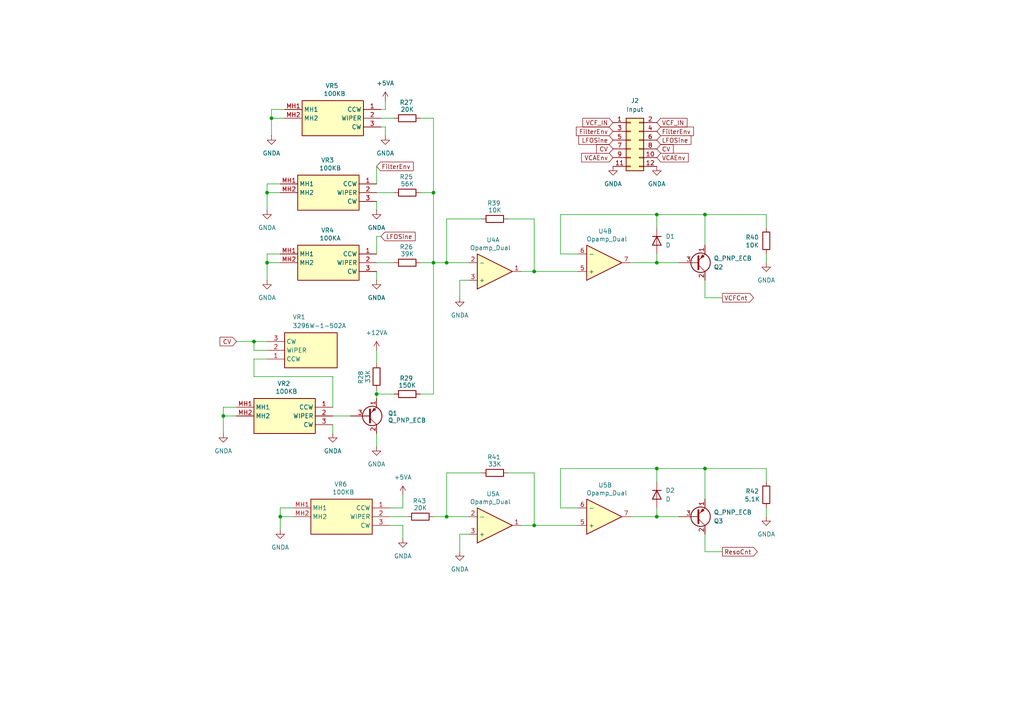
<source format=kicad_sch>
(kicad_sch (version 20250114) (generator "eeschema") (generator_version "9.0")
  (paper "A4")
  (lib_symbols
    (symbol "Connector_Generic:Conn_02x06_Odd_Even" (pin_names (offset 1.016) (hide yes))
      (property "Reference" "J" (at 1.27 7.62 0))
      (property "Value" "Conn_02x06_Odd_Even" (at 1.27 -10.16 0))
      (symbol "Conn_02x06_Odd_Even_1_1"
        (rectangle (start -1.27 6.35) (end 3.81 -8.89) (stroke (width 0.254)) (fill (type background)))
        (rectangle (start -1.27 5.207) (end 0 4.953) (stroke (width 0.1524)))
        (rectangle (start -1.27 2.667) (end 0 2.413) (stroke (width 0.1524)))
        (rectangle (start -1.27 0.127) (end 0 -0.127) (stroke (width 0.1524)))
        (rectangle (start -1.27 -2.413) (end 0 -2.667) (stroke (width 0.1524)))
        (rectangle (start -1.27 -4.953) (end 0 -5.207) (stroke (width 0.1524)))
        (rectangle (start -1.27 -7.493) (end 0 -7.747) (stroke (width 0.1524)))
        (rectangle (start 3.81 5.207) (end 2.54 4.953) (stroke (width 0.1524)))
        (rectangle (start 3.81 2.667) (end 2.54 2.413) (stroke (width 0.1524)))
        (rectangle (start 3.81 0.127) (end 2.54 -0.127) (stroke (width 0.1524)))
        (rectangle (start 3.81 -2.413) (end 2.54 -2.667) (stroke (width 0.1524)))
        (rectangle (start 3.81 -4.953) (end 2.54 -5.207) (stroke (width 0.1524)))
        (rectangle (start 3.81 -7.493) (end 2.54 -7.747) (stroke (width 0.1524)))
        (pin passive line (at -5.08 5.08 0) (length 3.81) (name "Pin_1") (number "1"))
        (pin passive line (at -5.08 2.54 0) (length 3.81) (name "Pin_3") (number "3"))
        (pin passive line (at -5.08 0 0) (length 3.81) (name "Pin_5") (number "5"))
        (pin passive line (at -5.08 -2.54 0) (length 3.81) (name "Pin_7") (number "7"))
        (pin passive line (at -5.08 -5.08 0) (length 3.81) (name "Pin_9") (number "9"))
        (pin passive line (at -5.08 -7.62 0) (length 3.81) (name "Pin_11") (number "11"))
        (pin passive line (at 7.62 5.08 180) (length 3.81) (name "Pin_2") (number "2"))
        (pin passive line (at 7.62 2.54 180) (length 3.81) (name "Pin_4") (number "4"))
        (pin passive line (at 7.62 0 180) (length 3.81) (name "Pin_6") (number "6"))
        (pin passive line (at 7.62 -2.54 180) (length 3.81) (name "Pin_8") (number "8"))
        (pin passive line (at 7.62 -5.08 180) (length 3.81) (name "Pin_10") (number "10"))
        (pin passive line (at 7.62 -7.62 180) (length 3.81) (name "Pin_12") (number "12"))
      )
    )
    (symbol "Device:D" (pin_numbers (hide yes)) (pin_names (offset 1.016) (hide yes))
      (property "Reference" "D" (at 0 2.54 0))
      (property "Value" "D" (at 0 -2.54 0))
      (symbol "D_0_1"
        (polyline (pts (xy -1.27 1.27) (xy -1.27 -1.27)) (stroke (width 0.254)))
        (polyline (pts (xy 1.27 1.27) (xy 1.27 -1.27) (xy -1.27 0) (xy 1.27 1.27)) (stroke (width 0.254)))
        (polyline (pts (xy 1.27 0) (xy -1.27 0)))
      )
      (symbol "D_1_1"
        (pin passive line (at -3.81 0 0) (length 2.54) (name "K") (number "1"))
        (pin passive line (at 3.81 0 180) (length 2.54) (name "A") (number "2"))
      )
    )
    (symbol "Device:Opamp_Dual"
      (property "Reference" "U" (at 0 5.08 0))
      (property "Value" "Opamp_Dual" (at 0 -5.08 0))
      (symbol "Opamp_Dual_1_1"
        (polyline (pts (xy -5.08 5.08) (xy 5.08 0) (xy -5.08 -5.08) (xy -5.08 5.08)) (stroke (width 0.254)) (fill (type background)))
        (pin input line (at -7.62 2.54 0) (length 2.54) (name "+") (number "3"))
        (pin input line (at -7.62 -2.54 0) (length 2.54) (name "-") (number "2"))
        (pin output line (at 7.62 0 180) (length 2.54) (name "~") (number "1"))
      )
      (symbol "Opamp_Dual_2_1"
        (polyline (pts (xy -5.08 5.08) (xy 5.08 0) (xy -5.08 -5.08) (xy -5.08 5.08)) (stroke (width 0.254)) (fill (type background)))
        (pin input line (at -7.62 2.54 0) (length 2.54) (name "+") (number "5"))
        (pin input line (at -7.62 -2.54 0) (length 2.54) (name "-") (number "6"))
        (pin output line (at 7.62 0 180) (length 2.54) (name "~") (number "7"))
      )
      (symbol "Opamp_Dual_3_1"
        (pin power_in line (at -2.54 7.62 270) (length 3.81) (name "V+") (number "8"))
        (pin power_in line (at -2.54 -7.62 90) (length 3.81) (name "V-") (number "4"))
      )
    )
    (symbol "Device:Q_PNP_ECB" (pin_names (offset 0) (hide yes))
      (property "Reference" "Q" (at 5.08 1.27 0))
      (property "Value" "Q_PNP_ECB" (at 5.08 -1.27 0))
      (symbol "Q_PNP_ECB_0_1"
        (polyline (pts (xy 0.635 1.905) (xy 0.635 -1.905) (xy 0.635 -1.905)) (stroke (width 0.508)))
        (polyline (pts (xy 0.635 0.635) (xy 2.54 2.54)))
        (polyline (pts (xy 0.635 -0.635) (xy 2.54 -2.54) (xy 2.54 -2.54)))
        (circle (center 1.27 0) (radius 2.8194) (stroke (width 0.254)))
        (polyline (pts (xy 2.286 -1.778) (xy 1.778 -2.286) (xy 1.27 -1.27) (xy 2.286 -1.778) (xy 2.286 -1.778)) (fill (type outline)))
      )
      (symbol "Q_PNP_ECB_1_1"
        (pin input line (at -5.08 0 0) (length 5.715) (name "B") (number "3"))
        (pin passive line (at 2.54 5.08 270) (length 2.54) (name "C") (number "2"))
        (pin passive line (at 2.54 -5.08 90) (length 2.54) (name "E") (number "1"))
      )
    )
    (symbol "Device:R" (pin_numbers (hide yes)) (pin_names (offset 0))
      (property "Reference" "R" (at 2.032 0 90))
      (property "Value" "R" (at 0 0 90))
      (symbol "R_0_1"
        (rectangle (start -1.016 -2.54) (end 1.016 2.54) (stroke (width 0.254)))
      )
      (symbol "R_1_1"
        (pin passive line (at 0 3.81 270) (length 1.27) (name "~") (number "1"))
        (pin passive line (at 0 -3.81 90) (length 1.27) (name "~") (number "2"))
      )
    )
    (symbol "SamacSys_Parts:3296W-1-502A"
      (property "Reference" "VR" (at 21.59 7.62 0))
      (property "Value" "3296W-1-502A" (at 21.59 5.08 0))
      (symbol "3296W-1-502A_1_1"
        (rectangle (start 5.08 2.54) (end 20.32 -7.62) (stroke (width 0.254)) (fill (type background)))
        (pin passive line (at 0 0 0) (length 5.08) (name "CW") (number "3"))
        (pin passive line (at 0 -2.54 0) (length 5.08) (name "WIPER") (number "2"))
        (pin passive line (at 0 -5.08 0) (length 5.08) (name "CCW") (number "1"))
      )
    )
    (symbol "SamacSys_Parts:RK09D117000B"
      (property "Reference" "VR" (at 24.13 7.62 0))
      (property "Value" "RK09D117000B" (at 24.13 5.08 0))
      (symbol "RK09D117000B_1_1"
        (rectangle (start 5.08 2.54) (end 22.86 -7.62) (stroke (width 0.254)) (fill (type background)))
        (pin passive line (at 0 0 0) (length 5.08) (name "CCW") (number "1"))
        (pin passive line (at 0 -2.54 0) (length 5.08) (name "WIPER") (number "2"))
        (pin passive line (at 0 -5.08 0) (length 5.08) (name "CW") (number "3"))
        (pin passive line (at 27.94 0 180) (length 5.08) (name "MH1") (number "MH1"))
        (pin passive line (at 27.94 -2.54 180) (length 5.08) (name "MH2") (number "MH2"))
      )
    )
    (symbol "power:+12VA" (power) (pin_numbers (hide yes)) (pin_names (offset 0) (hide yes))
      (property "Value" "+12VA" (at 0 3.556 0))
      (symbol "+12VA_0_1"
        (polyline (pts (xy -0.762 1.27) (xy 0 2.54)))
        (polyline (pts (xy 0 2.54) (xy 0.762 1.27)))
        (polyline (pts (xy 0 0) (xy 0 2.54)))
      )
      (symbol "+12VA_1_1"
        (pin power_in line (at 0 0 90) (length 0) (name "~") (number "1"))
      )
    )
    (symbol "power:+5VA" (power) (pin_numbers (hide yes)) (pin_names (offset 0) (hide yes))
      (property "Value" "+5VA" (at 0 3.556 0))
      (symbol "+5VA_0_1"
        (polyline (pts (xy -0.762 1.27) (xy 0 2.54)))
        (polyline (pts (xy 0 2.54) (xy 0.762 1.27)))
        (polyline (pts (xy 0 0) (xy 0 2.54)))
      )
      (symbol "+5VA_1_1"
        (pin power_in line (at 0 0 90) (length 0) (name "~") (number "1"))
      )
    )
    (symbol "power:GNDA" (power) (pin_numbers (hide yes)) (pin_names (offset 0) (hide yes))
      (property "Value" "GNDA" (at 0 -3.81 0))
      (symbol "GNDA_0_1"
        (polyline (pts (xy 0 0) (xy 0 -1.27) (xy 1.27 -1.27) (xy 0 -2.54) (xy -1.27 -1.27) (xy 0 -1.27)))
      )
      (symbol "GNDA_1_1"
        (pin power_in line (at 0 0 270) (length 0) (name "~") (number "1"))
      )
    )
  )
  (junction (at 125.73 55.88))
  (junction (at 77.47 76.2))
  (junction (at 190.5 135.89))
  (junction (at 78.74 34.29))
  (junction (at 125.73 76.2))
  (junction (at 77.47 55.88))
  (junction (at 190.5 149.86))
  (junction (at 81.28 149.86))
  (junction (at 154.94 78.74))
  (junction (at 73.66 99.06))
  (junction (at 129.54 149.86))
  (junction (at 204.47 62.23))
  (junction (at 64.77 120.65))
  (junction (at 109.22 114.3))
  (junction (at 204.47 135.89))
  (junction (at 154.94 152.4))
  (junction (at 190.5 76.2))
  (junction (at 190.5 62.23))
  (junction (at 129.54 76.2))
  (wire (pts (xy 111.76 29.21) (xy 111.76 31.75)))
  (wire (pts (xy 222.25 62.23) (xy 222.25 66.04)))
  (wire (pts (xy 209.55 86.36) (xy 204.47 86.36)))
  (wire (pts (xy 113.03 152.4) (xy 116.84 152.4)))
  (wire (pts (xy 190.5 135.89) (xy 204.47 135.89)))
  (wire (pts (xy 77.47 104.14) (xy 73.66 104.14)))
  (wire (pts (xy 78.74 34.29) (xy 78.74 39.37)))
  (wire (pts (xy 109.22 68.58) (xy 109.22 73.66)))
  (wire (pts (xy 68.58 99.06) (xy 73.66 99.06)))
  (wire (pts (xy 111.76 36.83) (xy 111.76 39.37)))
  (wire (pts (xy 109.22 60.96) (xy 109.22 58.42)))
  (wire (pts (xy 96.52 120.65) (xy 101.6 120.65)))
  (wire (pts (xy 139.7 63.5) (xy 129.54 63.5)))
  (wire (pts (xy 125.73 76.2) (xy 129.54 76.2)))
  (wire (pts (xy 116.84 152.4) (xy 116.84 156.21)))
  (wire (pts (xy 73.66 104.14) (xy 73.66 109.22)))
  (wire (pts (xy 162.56 147.32) (xy 167.64 147.32)))
  (wire (pts (xy 190.5 62.23) (xy 204.47 62.23)))
  (wire (pts (xy 81.28 149.86) (xy 81.28 153.67)))
  (wire (pts (xy 109.22 81.28) (xy 109.22 78.74)))
  (wire (pts (xy 64.77 118.11) (xy 64.77 120.65)))
  (wire (pts (xy 77.47 53.34) (xy 77.47 55.88)))
  (wire (pts (xy 190.5 76.2) (xy 196.85 76.2)))
  (wire (pts (xy 147.32 63.5) (xy 154.94 63.5)))
  (wire (pts (xy 190.5 139.7) (xy 190.5 135.89)))
  (wire (pts (xy 73.66 101.6) (xy 73.66 99.06)))
  (wire (pts (xy 182.88 149.86) (xy 190.5 149.86)))
  (wire (pts (xy 77.47 55.88) (xy 77.47 60.96)))
  (wire (pts (xy 190.5 62.23) (xy 162.56 62.23)))
  (wire (pts (xy 121.92 76.2) (xy 125.73 76.2)))
  (wire (pts (xy 190.5 147.32) (xy 190.5 149.86)))
  (wire (pts (xy 109.22 114.3) (xy 109.22 115.57)))
  (wire (pts (xy 151.13 152.4) (xy 154.94 152.4)))
  (wire (pts (xy 96.52 109.22) (xy 96.52 118.11)))
  (wire (pts (xy 81.28 147.32) (xy 81.28 149.86)))
  (wire (pts (xy 162.56 62.23) (xy 162.56 73.66)))
  (wire (pts (xy 85.09 149.86) (xy 81.28 149.86)))
  (wire (pts (xy 222.25 147.32) (xy 222.25 149.86)))
  (wire (pts (xy 116.84 143.51) (xy 116.84 147.32)))
  (wire (pts (xy 109.22 125.73) (xy 109.22 129.54)))
  (wire (pts (xy 109.22 113.03) (xy 109.22 114.3)))
  (wire (pts (xy 85.09 147.32) (xy 81.28 147.32)))
  (wire (pts (xy 125.73 114.3) (xy 125.73 76.2)))
  (wire (pts (xy 204.47 135.89) (xy 222.25 135.89)))
  (wire (pts (xy 154.94 78.74) (xy 154.94 63.5)))
  (wire (pts (xy 190.5 135.89) (xy 162.56 135.89)))
  (wire (pts (xy 204.47 62.23) (xy 204.47 71.12)))
  (wire (pts (xy 129.54 76.2) (xy 135.89 76.2)))
  (wire (pts (xy 77.47 76.2) (xy 77.47 81.28)))
  (wire (pts (xy 154.94 152.4) (xy 167.64 152.4)))
  (wire (pts (xy 73.66 99.06) (xy 77.47 99.06)))
  (wire (pts (xy 81.28 76.2) (xy 77.47 76.2)))
  (wire (pts (xy 133.35 154.94) (xy 133.35 160.02)))
  (wire (pts (xy 110.49 36.83) (xy 111.76 36.83)))
  (wire (pts (xy 133.35 81.28) (xy 133.35 86.36)))
  (wire (pts (xy 222.25 73.66) (xy 222.25 76.2)))
  (wire (pts (xy 73.66 109.22) (xy 96.52 109.22)))
  (wire (pts (xy 204.47 160.02) (xy 204.47 154.94)))
  (wire (pts (xy 113.03 149.86) (xy 118.11 149.86)))
  (wire (pts (xy 109.22 48.26) (xy 109.22 53.34)))
  (wire (pts (xy 68.58 120.65) (xy 64.77 120.65)))
  (wire (pts (xy 182.88 76.2) (xy 190.5 76.2)))
  (wire (pts (xy 121.92 34.29) (xy 125.73 34.29)))
  (wire (pts (xy 133.35 81.28) (xy 135.89 81.28)))
  (wire (pts (xy 204.47 135.89) (xy 204.47 144.78)))
  (wire (pts (xy 121.92 114.3) (xy 125.73 114.3)))
  (wire (pts (xy 125.73 34.29) (xy 125.73 55.88)))
  (wire (pts (xy 125.73 149.86) (xy 129.54 149.86)))
  (wire (pts (xy 96.52 125.73) (xy 96.52 123.19)))
  (wire (pts (xy 82.55 34.29) (xy 78.74 34.29)))
  (wire (pts (xy 222.25 135.89) (xy 222.25 139.7)))
  (wire (pts (xy 109.22 76.2) (xy 114.3 76.2)))
  (wire (pts (xy 81.28 55.88) (xy 77.47 55.88)))
  (wire (pts (xy 68.58 118.11) (xy 64.77 118.11)))
  (wire (pts (xy 190.5 66.04) (xy 190.5 62.23)))
  (wire (pts (xy 121.92 55.88) (xy 125.73 55.88)))
  (wire (pts (xy 81.28 53.34) (xy 77.47 53.34)))
  (wire (pts (xy 82.55 31.75) (xy 78.74 31.75)))
  (wire (pts (xy 129.54 63.5) (xy 129.54 76.2)))
  (wire (pts (xy 78.74 31.75) (xy 78.74 34.29)))
  (wire (pts (xy 190.5 73.66) (xy 190.5 76.2)))
  (wire (pts (xy 129.54 149.86) (xy 135.89 149.86)))
  (wire (pts (xy 151.13 78.74) (xy 154.94 78.74)))
  (wire (pts (xy 109.22 55.88) (xy 114.3 55.88)))
  (wire (pts (xy 162.56 135.89) (xy 162.56 147.32)))
  (wire (pts (xy 116.84 147.32) (xy 113.03 147.32)))
  (wire (pts (xy 190.5 149.86) (xy 196.85 149.86)))
  (wire (pts (xy 64.77 120.65) (xy 64.77 125.73)))
  (wire (pts (xy 129.54 137.16) (xy 129.54 149.86)))
  (wire (pts (xy 110.49 68.58) (xy 109.22 68.58)))
  (wire (pts (xy 147.32 137.16) (xy 154.94 137.16)))
  (wire (pts (xy 125.73 55.88) (xy 125.73 76.2)))
  (wire (pts (xy 204.47 62.23) (xy 222.25 62.23)))
  (wire (pts (xy 154.94 78.74) (xy 167.64 78.74)))
  (wire (pts (xy 77.47 73.66) (xy 77.47 76.2)))
  (wire (pts (xy 139.7 137.16) (xy 129.54 137.16)))
  (wire (pts (xy 204.47 86.36) (xy 204.47 81.28)))
  (wire (pts (xy 110.49 34.29) (xy 114.3 34.29)))
  (wire (pts (xy 154.94 152.4) (xy 154.94 137.16)))
  (wire (pts (xy 133.35 154.94) (xy 135.89 154.94)))
  (wire (pts (xy 111.76 31.75) (xy 110.49 31.75)))
  (wire (pts (xy 162.56 73.66) (xy 167.64 73.66)))
  (wire (pts (xy 77.47 101.6) (xy 73.66 101.6)))
  (wire (pts (xy 81.28 73.66) (xy 77.47 73.66)))
  (wire (pts (xy 209.55 160.02) (xy 204.47 160.02)))
  (wire (pts (xy 109.22 101.6) (xy 109.22 105.41)))
  (wire (pts (xy 109.22 114.3) (xy 114.3 114.3)))
  (global_label "CV" (shape input) (at 177.8 43.18 180) (property "Intersheetrefs" "${INTERSHEET_REFS}" (effects (hide yes))))
  (global_label "VCAEnv" (shape input) (at 177.8 45.72 180) (property "Intersheetrefs" "${INTERSHEET_REFS}" (effects (hide yes))))
  (global_label "CV" (shape input) (at 190.5 43.18 0) (property "Intersheetrefs" "${INTERSHEET_REFS}" (effects (hide yes))))
  (global_label "LFOSine" (shape input) (at 190.5 40.64 0) (property "Intersheetrefs" "${INTERSHEET_REFS}" (effects (hide yes))))
  (global_label "FilterEnv" (shape input) (at 109.22 48.26 0) (property "Intersheetrefs" "${INTERSHEET_REFS}" (effects (hide yes))))
  (global_label "VCFCnt" (shape output) (at 209.55 86.36 0) (property "Intersheetrefs" "${INTERSHEET_REFS}" (effects (hide yes))))
  (global_label "FilterEnv" (shape input) (at 177.8 38.1 180) (property "Intersheetrefs" "${INTERSHEET_REFS}" (effects (hide yes))))
  (global_label "LFOSine" (shape input) (at 177.8 40.64 180) (property "Intersheetrefs" "${INTERSHEET_REFS}" (effects (hide yes))))
  (global_label "FilterEnv" (shape input) (at 190.5 38.1 0) (property "Intersheetrefs" "${INTERSHEET_REFS}" (effects (hide yes))))
  (global_label "ResoCnt" (shape output) (at 209.55 160.02 0) (property "Intersheetrefs" "${INTERSHEET_REFS}" (effects (hide yes))))
  (global_label "VCF_IN" (shape input) (at 190.5 35.56 0) (property "Intersheetrefs" "${INTERSHEET_REFS}" (effects (hide yes))))
  (global_label "LFOSine" (shape input) (at 110.49 68.58 0) (property "Intersheetrefs" "${INTERSHEET_REFS}" (effects (hide yes))))
  (global_label "CV" (shape input) (at 68.58 99.06 180) (property "Intersheetrefs" "${INTERSHEET_REFS}" (effects (hide yes))))
  (global_label "VCF_IN" (shape input) (at 177.8 35.56 180) (property "Intersheetrefs" "${INTERSHEET_REFS}" (effects (hide yes))))
  (global_label "VCAEnv" (shape input) (at 190.5 45.72 0) (property "Intersheetrefs" "${INTERSHEET_REFS}" (effects (hide yes))))
  (symbol (lib_id "Device:R") (at 222.25 143.51 180) (unit 1)
    (property "Reference" "R42" (at 218.186 142.494 0))
    (property "Value" "5.1K" (at 218.186 144.78 0))
    (property "Footprint" "Resistor_THT:R_Axial_DIN0204_L3.6mm_D1.6mm_P2.54mm_Vertical" (effects (hide yes)))
    (property "Description" "Resistor" (effects (hide yes)))
  )
  (symbol (lib_id "SamacSys_Parts:RK09D117000B") (at 113.03 147.32 0) (mirror y) (unit 1)
    (property "Reference" "VR6" (at 98.806 140.462 0))
    (property "Value" "100KB" (at 99.568 142.748 0))
    (property "Footprint" "RK09D117000B" (effects (hide yes)))
    (property "Datasheet" "https://tech.alpsalpine.com/prod/j/html/potentiometer/rotarypotentiometers/rk09k/rk09d117000b.html" (effects (hide yes)))
    (property "Description" "9-inch insulated shaft snap-in type RK09K/RK09D series" (effects (hide yes)))
    (property "Height" "30" (effects (hide yes)))
    (property "Manufacturer_Name" "ALPS Electric" (effects (hide yes)))
    (property "Manufacturer_Part_Number" "RK09D117000B" (effects (hide yes)))
    (property "Mouser Part Number" "688-RK09D117000B" (effects (hide yes)))
    (property "Mouser Price/Stock" "https://www.mouser.co.uk/ProductDetail/Alps-Alpine/RK09D117000B?qs=3cOf6TWd2rbc67829PEbEQ%3D%3D" (effects (hide yes)))
  )
  (symbol (lib_id "Device:R") (at 222.25 69.85 180) (unit 1)
    (property "Reference" "R40" (at 218.186 68.834 0))
    (property "Value" "10K" (at 218.186 71.12 0))
    (property "Footprint" "Resistor_THT:R_Axial_DIN0204_L3.6mm_D1.6mm_P2.54mm_Vertical" (effects (hide yes)))
    (property "Description" "Resistor" (effects (hide yes)))
  )
  (symbol (lib_id "Device:Opamp_Dual") (at 175.26 149.86 0) (mirror x) (unit 2)
    (property "Reference" "U5" (at 175.514 140.716 0))
    (property "Value" "Opamp_Dual" (at 176.022 143.002 0))
    (property "Footprint" "Package_SO:SO-8_3.9x4.9mm_P1.27mm" (effects (hide yes)))
    (property "Description" "Dual operational amplifier" (effects (hide yes)))
    (property "Sim.Library" "${KICAD7_SYMBOL_DIR}/Simulation_SPICE.sp" (effects (hide yes)))
    (property "Sim.Name" "kicad_builtin_opamp_dual" (effects (hide yes)))
    (property "Sim.Device" "SUBCKT" (effects (hide yes)))
    (property "Sim.Pins" "1=out1 2=in1- 3=in1+ 4=vee 5=in2+ 6=in2- 7=out2 8=vcc" (effects (hide yes)))
  )
  (symbol (lib_id "power:GNDA") (at 222.25 76.2 0) (unit 1)
    (property "Reference" "#PWR042" (effects (hide yes)))
    (property "Value" "GNDA" (at 222.25 81.28 0))
    (property "Description" "Power symbol creates a global label with name \"GNDA\" , analog ground" (effects (hide yes)))
  )
  (symbol (lib_id "Device:Opamp_Dual") (at 143.51 152.4 0) (mirror x) (unit 1)
    (property "Reference" "U5" (at 143.002 143.256 0))
    (property "Value" "Opamp_Dual" (at 142.24 145.542 0))
    (property "Footprint" "Package_SO:SO-8_3.9x4.9mm_P1.27mm" (effects (hide yes)))
    (property "Description" "Dual operational amplifier" (effects (hide yes)))
    (property "Sim.Library" "${KICAD7_SYMBOL_DIR}/Simulation_SPICE.sp" (effects (hide yes)))
    (property "Sim.Name" "kicad_builtin_opamp_dual" (effects (hide yes)))
    (property "Sim.Device" "SUBCKT" (effects (hide yes)))
    (property "Sim.Pins" "1=out1 2=in1- 3=in1+ 4=vee 5=in2+ 6=in2- 7=out2 8=vcc" (effects (hide yes)))
  )
  (symbol (lib_id "SamacSys_Parts:RK09D117000B") (at 110.49 31.75 0) (mirror y) (unit 1)
    (property "Reference" "VR5" (at 96.266 24.892 0))
    (property "Value" "100KB" (at 97.028 27.178 0))
    (property "Footprint" "RK09D117000B" (effects (hide yes)))
    (property "Datasheet" "https://tech.alpsalpine.com/prod/j/html/potentiometer/rotarypotentiometers/rk09k/rk09d117000b.html" (effects (hide yes)))
    (property "Description" "9-inch insulated shaft snap-in type RK09K/RK09D series" (effects (hide yes)))
    (property "Height" "30" (effects (hide yes)))
    (property "Manufacturer_Name" "ALPS Electric" (effects (hide yes)))
    (property "Manufacturer_Part_Number" "RK09D117000B" (effects (hide yes)))
    (property "Mouser Part Number" "688-RK09D117000B" (effects (hide yes)))
    (property "Mouser Price/Stock" "https://www.mouser.co.uk/ProductDetail/Alps-Alpine/RK09D117000B?qs=3cOf6TWd2rbc67829PEbEQ%3D%3D" (effects (hide yes)))
  )
  (symbol (lib_id "power:GNDA") (at 222.25 149.86 0) (unit 1)
    (property "Reference" "#PWR047" (effects (hide yes)))
    (property "Value" "GNDA" (at 222.25 154.94 0))
    (property "Description" "Power symbol creates a global label with name \"GNDA\" , analog ground" (effects (hide yes)))
  )
  (symbol (lib_id "power:GNDA") (at 96.52 125.73 0) (unit 1)
    (property "Reference" "#PWR028" (effects (hide yes)))
    (property "Value" "GNDA" (at 96.52 130.81 0))
    (property "Description" "Power symbol creates a global label with name \"GNDA\" , analog ground" (effects (hide yes)))
  )
  (symbol (lib_id "Device:D") (at 190.5 69.85 270) (unit 1)
    (property "Reference" "D1" (at 193.04 68.5799 90) (effects (justify left)))
    (property "Value" "D" (at 193.04 71.1199 90) (effects (justify left)))
    (property "Footprint" "Diode_THT:D_DO-35_SOD27_P2.54mm_Vertical_AnodeUp" (effects (hide yes)))
    (property "Description" "Diode" (effects (hide yes)))
    (property "Sim.Device" "D" (effects (hide yes)))
    (property "Sim.Pins" "1=K 2=A" (effects (hide yes)))
  )
  (symbol (lib_id "Device:R") (at 118.11 76.2 90) (unit 1)
    (property "Reference" "R26" (at 117.856 71.628 90))
    (property "Value" "39K" (at 118.11 73.66 90))
    (property "Footprint" "Resistor_THT:R_Axial_DIN0204_L3.6mm_D1.6mm_P2.54mm_Vertical" (effects (hide yes)))
    (property "Description" "Resistor" (effects (hide yes)))
  )
  (symbol (lib_id "Device:Q_PNP_ECB") (at 201.93 76.2 0) (mirror x) (unit 1)
    (property "Reference" "Q2" (at 207.01 77.4701 0) (effects (justify left)))
    (property "Value" "Q_PNP_ECB" (at 207.01 74.9301 0) (effects (justify left)))
    (property "Footprint" "Package_TO_SOT_THT:TO-92_HandSolder" (effects (hide yes)))
    (property "Description" "PNP transistor, emitter/collector/base" (effects (hide yes)))
  )
  (symbol (lib_id "power:GNDA") (at 64.77 125.73 0) (unit 1)
    (property "Reference" "#PWR024" (effects (hide yes)))
    (property "Value" "GNDA" (at 64.77 130.81 0))
    (property "Description" "Power symbol creates a global label with name \"GNDA\" , analog ground" (effects (hide yes)))
  )
  (symbol (lib_id "power:GNDA") (at 109.22 129.54 0) (unit 1)
    (property "Reference" "#PWR034" (effects (hide yes)))
    (property "Value" "GNDA" (at 109.22 134.62 0))
    (property "Description" "Power symbol creates a global label with name \"GNDA\" , analog ground" (effects (hide yes)))
  )
  (symbol (lib_id "Device:Opamp_Dual") (at 175.26 76.2 0) (mirror x) (unit 2)
    (property "Reference" "U4" (at 175.514 67.056 0))
    (property "Value" "Opamp_Dual" (at 176.022 69.342 0))
    (property "Footprint" "Package_SO:SO-8_3.9x4.9mm_P1.27mm" (effects (hide yes)))
    (property "Description" "Dual operational amplifier" (effects (hide yes)))
    (property "Sim.Library" "${KICAD7_SYMBOL_DIR}/Simulation_SPICE.sp" (effects (hide yes)))
    (property "Sim.Name" "kicad_builtin_opamp_dual" (effects (hide yes)))
    (property "Sim.Device" "SUBCKT" (effects (hide yes)))
    (property "Sim.Pins" "1=out1 2=in1- 3=in1+ 4=vee 5=in2+ 6=in2- 7=out2 8=vcc" (effects (hide yes)))
  )
  (symbol (lib_id "power:GNDA") (at 111.76 39.37 0) (unit 1)
    (property "Reference" "#PWR032" (effects (hide yes)))
    (property "Value" "GNDA" (at 111.76 44.45 0))
    (property "Description" "Power symbol creates a global label with name \"GNDA\" , analog ground" (effects (hide yes)))
  )
  (symbol (lib_id "power:+5VA") (at 116.84 143.51 0) (unit 1)
    (property "Reference" "#PWR044" (effects (hide yes)))
    (property "Value" "+5VA" (at 116.84 138.43 0))
    (property "Description" "Power symbol creates a global label with name \"+5VA\"" (effects (hide yes)))
  )
  (symbol (lib_id "SamacSys_Parts:3296W-1-502A") (at 77.47 99.06 0) (unit 1)
    (property "Reference" "VR1" (at 84.836 91.948 0) (effects (justify left)))
    (property "Value" "3296W-1-502A" (at 84.836 94.488 0) (effects (justify left)))
    (property "Footprint" "3296W1502A" (effects (hide yes)))
    (property "Datasheet" "https://www.bourns.com/docs/product-datasheets/3296.pdf" (effects (hide yes)))
    (property "Description" "5 kOhms 0.5W, 1/2W PC Pins Through Hole Trimmer Potentiometer Cermet 25.0 Turn Top Adjustment" (effects (hide yes)))
    (property "Height" "11.8" (effects (hide yes)))
    (property "Manufacturer_Name" "Bourns" (effects (hide yes)))
    (property "Manufacturer_Part_Number" "3296W-1-502A" (effects (hide yes)))
    (property "Mouser Part Number" "652-3296W-1-502A" (effects (hide yes)))
    (property "Mouser Price/Stock" "https://www.mouser.co.uk/ProductDetail/Bourns/3296W-1-502A?qs=PYWKc%252BkzmhlCepn9gnro5g%3D%3D" (effects (hide yes)))
  )
  (symbol (lib_id "SamacSys_Parts:RK09D117000B") (at 109.22 53.34 0) (mirror y) (unit 1)
    (property "Reference" "VR3" (at 94.996 46.482 0))
    (property "Value" "100KB" (at 95.758 48.768 0))
    (property "Footprint" "RK09D117000B" (effects (hide yes)))
    (property "Datasheet" "https://tech.alpsalpine.com/prod/j/html/potentiometer/rotarypotentiometers/rk09k/rk09d117000b.html" (effects (hide yes)))
    (property "Description" "9-inch insulated shaft snap-in type RK09K/RK09D series" (effects (hide yes)))
    (property "Height" "30" (effects (hide yes)))
    (property "Manufacturer_Name" "ALPS Electric" (effects (hide yes)))
    (property "Manufacturer_Part_Number" "RK09D117000B" (effects (hide yes)))
    (property "Mouser Part Number" "688-RK09D117000B" (effects (hide yes)))
    (property "Mouser Price/Stock" "https://www.mouser.co.uk/ProductDetail/Alps-Alpine/RK09D117000B?qs=3cOf6TWd2rbc67829PEbEQ%3D%3D" (effects (hide yes)))
  )
  (symbol (lib_id "SamacSys_Parts:RK09D117000B") (at 96.52 118.11 0) (mirror y) (unit 1)
    (property "Reference" "VR2" (at 82.296 111.252 0))
    (property "Value" "100KB" (at 83.058 113.538 0))
    (property "Footprint" "RK09D117000B" (effects (hide yes)))
    (property "Datasheet" "https://tech.alpsalpine.com/prod/j/html/potentiometer/rotarypotentiometers/rk09k/rk09d117000b.html" (effects (hide yes)))
    (property "Description" "9-inch insulated shaft snap-in type RK09K/RK09D series" (effects (hide yes)))
    (property "Height" "30" (effects (hide yes)))
    (property "Manufacturer_Name" "ALPS Electric" (effects (hide yes)))
    (property "Manufacturer_Part_Number" "RK09D117000B" (effects (hide yes)))
    (property "Mouser Part Number" "688-RK09D117000B" (effects (hide yes)))
    (property "Mouser Price/Stock" "https://www.mouser.co.uk/ProductDetail/Alps-Alpine/RK09D117000B?qs=3cOf6TWd2rbc67829PEbEQ%3D%3D" (effects (hide yes)))
  )
  (symbol (lib_id "Device:R") (at 109.22 109.22 180) (unit 1)
    (property "Reference" "R28" (at 104.648 109.474 90))
    (property "Value" "33K" (at 106.68 109.22 90))
    (property "Footprint" "Resistor_THT:R_Axial_DIN0204_L3.6mm_D1.6mm_P2.54mm_Vertical" (effects (hide yes)))
    (property "Description" "Resistor" (effects (hide yes)))
  )
  (symbol (lib_id "Connector_Generic:Conn_02x06_Odd_Even") (at 182.88 40.64 0) (unit 1)
    (property "Reference" "J2" (at 184.15 29.21 0))
    (property "Value" "Input" (at 184.15 31.75 0))
    (property "Footprint" "Connector_PinSocket_2.54mm:PinSocket_2x06_P2.54mm_Vertical" (effects (hide yes)))
    (property "Description" "Generic connector, double row, 02x06, odd/even pin numbering scheme (row 1 odd numbers, row 2 even numbers), script generated (kicad-library-utils/schlib/autogen/connector/)" (effects (hide yes)))
  )
  (symbol (lib_id "Device:R") (at 121.92 149.86 90) (unit 1)
    (property "Reference" "R43" (at 121.666 145.288 90))
    (property "Value" "20K" (at 121.92 147.32 90))
    (property "Footprint" "Resistor_THT:R_Axial_DIN0204_L3.6mm_D1.6mm_P2.54mm_Vertical" (effects (hide yes)))
    (property "Description" "Resistor" (effects (hide yes)))
  )
  (symbol (lib_id "power:GNDA") (at 133.35 86.36 0) (unit 1)
    (property "Reference" "#PWR041" (effects (hide yes)))
    (property "Value" "GNDA" (at 133.35 91.44 0))
    (property "Description" "Power symbol creates a global label with name \"GNDA\" , analog ground" (effects (hide yes)))
  )
  (symbol (lib_id "power:GNDA") (at 109.22 60.96 0) (unit 1)
    (property "Reference" "#PWR029" (effects (hide yes)))
    (property "Value" "GNDA" (at 109.22 66.04 0))
    (property "Description" "Power symbol creates a global label with name \"GNDA\" , analog ground" (effects (hide yes)))
  )
  (symbol (lib_id "power:GNDA") (at 133.35 160.02 0) (unit 1)
    (property "Reference" "#PWR046" (effects (hide yes)))
    (property "Value" "GNDA" (at 133.35 165.1 0))
    (property "Description" "Power symbol creates a global label with name \"GNDA\" , analog ground" (effects (hide yes)))
  )
  (symbol (lib_id "Device:R") (at 118.11 55.88 90) (unit 1)
    (property "Reference" "R25" (at 117.856 51.308 90))
    (property "Value" "56K" (at 118.11 53.34 90))
    (property "Footprint" "Resistor_THT:R_Axial_DIN0204_L3.6mm_D1.6mm_P2.54mm_Vertical" (effects (hide yes)))
    (property "Description" "Resistor" (effects (hide yes)))
  )
  (symbol (lib_id "power:+5VA") (at 111.76 29.21 0) (unit 1)
    (property "Reference" "#PWR031" (effects (hide yes)))
    (property "Value" "+5VA" (at 111.76 24.13 0))
    (property "Description" "Power symbol creates a global label with name \"+5VA\"" (effects (hide yes)))
  )
  (symbol (lib_id "Device:Q_PNP_ECB") (at 201.93 149.86 0) (mirror x) (unit 1)
    (property "Reference" "Q3" (at 207.01 151.1301 0) (effects (justify left)))
    (property "Value" "Q_PNP_ECB" (at 207.01 148.5901 0) (effects (justify left)))
    (property "Footprint" "Package_TO_SOT_THT:TO-92_HandSolder" (effects (hide yes)))
    (property "Description" "PNP transistor, emitter/collector/base" (effects (hide yes)))
  )
  (symbol (lib_id "Device:R") (at 143.51 63.5 90) (unit 1)
    (property "Reference" "R39" (at 143.256 58.928 90))
    (property "Value" "10K" (at 143.51 60.96 90))
    (property "Footprint" "Resistor_THT:R_Axial_DIN0204_L3.6mm_D1.6mm_P2.54mm_Vertical" (effects (hide yes)))
    (property "Description" "Resistor" (effects (hide yes)))
  )
  (symbol (lib_id "Device:D") (at 190.5 143.51 270) (unit 1)
    (property "Reference" "D2" (at 193.04 142.2399 90) (effects (justify left)))
    (property "Value" "D" (at 193.04 144.7799 90) (effects (justify left)))
    (property "Footprint" "Diode_THT:D_DO-35_SOD27_P2.54mm_Vertical_AnodeUp" (effects (hide yes)))
    (property "Description" "Diode" (effects (hide yes)))
    (property "Sim.Device" "D" (effects (hide yes)))
    (property "Sim.Pins" "1=K 2=A" (effects (hide yes)))
  )
  (symbol (lib_id "power:GNDA") (at 81.28 153.67 0) (unit 1)
    (property "Reference" "#PWR043" (effects (hide yes)))
    (property "Value" "GNDA" (at 81.28 158.75 0))
    (property "Description" "Power symbol creates a global label with name \"GNDA\" , analog ground" (effects (hide yes)))
  )
  (symbol (lib_id "SamacSys_Parts:RK09D117000B") (at 109.22 73.66 0) (mirror y) (unit 1)
    (property "Reference" "VR4" (at 94.996 66.802 0))
    (property "Value" "100KA" (at 95.758 69.088 0))
    (property "Footprint" "RK09D117000B" (effects (hide yes)))
    (property "Datasheet" "https://tech.alpsalpine.com/prod/j/html/potentiometer/rotarypotentiometers/rk09k/rk09d117000b.html" (effects (hide yes)))
    (property "Description" "9-inch insulated shaft snap-in type RK09K/RK09D series" (effects (hide yes)))
    (property "Height" "30" (effects (hide yes)))
    (property "Manufacturer_Name" "ALPS Electric" (effects (hide yes)))
    (property "Manufacturer_Part_Number" "RK09D117000B" (effects (hide yes)))
    (property "Mouser Part Number" "688-RK09D117000B" (effects (hide yes)))
    (property "Mouser Price/Stock" "https://www.mouser.co.uk/ProductDetail/Alps-Alpine/RK09D117000B?qs=3cOf6TWd2rbc67829PEbEQ%3D%3D" (effects (hide yes)))
  )
  (symbol (lib_id "power:GNDA") (at 190.5 48.26 0) (unit 1)
    (property "Reference" "#PWR067" (effects (hide yes)))
    (property "Value" "GNDA" (at 190.5 53.34 0))
    (property "Description" "Power symbol creates a global label with name \"GNDA\" , analog ground" (effects (hide yes)))
  )
  (symbol (lib_id "power:GNDA") (at 177.8 48.26 0) (unit 1)
    (property "Reference" "#PWR066" (effects (hide yes)))
    (property "Value" "GNDA" (at 177.8 53.34 0))
    (property "Description" "Power symbol creates a global label with name \"GNDA\" , analog ground" (effects (hide yes)))
  )
  (symbol (lib_id "Device:R") (at 143.51 137.16 90) (unit 1)
    (property "Reference" "R41" (at 143.256 132.588 90))
    (property "Value" "33K" (at 143.51 134.62 90))
    (property "Footprint" "Resistor_THT:R_Axial_DIN0204_L3.6mm_D1.6mm_P2.54mm_Vertical" (effects (hide yes)))
    (property "Description" "Resistor" (effects (hide yes)))
  )
  (symbol (lib_id "power:GNDA") (at 116.84 156.21 0) (unit 1)
    (property "Reference" "#PWR045" (effects (hide yes)))
    (property "Value" "GNDA" (at 116.84 161.29 0))
    (property "Description" "Power symbol creates a global label with name \"GNDA\" , analog ground" (effects (hide yes)))
  )
  (symbol (lib_id "Device:Opamp_Dual") (at 143.51 78.74 0) (mirror x) (unit 1)
    (property "Reference" "U4" (at 143.002 69.596 0))
    (property "Value" "Opamp_Dual" (at 142.24 71.882 0))
    (property "Footprint" "Package_SO:SO-8_3.9x4.9mm_P1.27mm" (effects (hide yes)))
    (property "Description" "Dual operational amplifier" (effects (hide yes)))
    (property "Sim.Library" "${KICAD7_SYMBOL_DIR}/Simulation_SPICE.sp" (effects (hide yes)))
    (property "Sim.Name" "kicad_builtin_opamp_dual" (effects (hide yes)))
    (property "Sim.Device" "SUBCKT" (effects (hide yes)))
    (property "Sim.Pins" "1=out1 2=in1- 3=in1+ 4=vee 5=in2+ 6=in2- 7=out2 8=vcc" (effects (hide yes)))
  )
  (symbol (lib_id "power:GNDA") (at 109.22 81.28 0) (unit 1)
    (property "Reference" "#PWR030" (effects (hide yes)))
    (property "Value" "GNDA" (at 109.22 86.36 0))
    (property "Description" "Power symbol creates a global label with name \"GNDA\" , analog ground" (effects (hide yes)))
  )
  (symbol (lib_id "power:GNDA") (at 77.47 60.96 0) (unit 1)
    (property "Reference" "#PWR025" (effects (hide yes)))
    (property "Value" "GNDA" (at 77.47 66.04 0))
    (property "Description" "Power symbol creates a global label with name \"GNDA\" , analog ground" (effects (hide yes)))
  )
  (symbol (lib_id "Device:Q_PNP_ECB") (at 106.68 120.65 0) (mirror x) (unit 1)
    (property "Reference" "Q1" (at 112.522 119.888 0) (effects (justify left)))
    (property "Value" "Q_PNP_ECB" (at 112.522 121.92 0) (effects (justify left)))
    (property "Footprint" "Package_TO_SOT_THT:TO-92_HandSolder" (effects (hide yes)))
    (property "Description" "PNP transistor, emitter/collector/base" (effects (hide yes)))
  )
  (symbol (lib_id "Device:R") (at 118.11 34.29 90) (unit 1)
    (property "Reference" "R27" (at 117.856 29.718 90))
    (property "Value" "20K" (at 118.11 31.75 90))
    (property "Footprint" "Resistor_THT:R_Axial_DIN0204_L3.6mm_D1.6mm_P2.54mm_Vertical" (effects (hide yes)))
    (property "Description" "Resistor" (effects (hide yes)))
  )
  (symbol (lib_id "power:GNDA") (at 77.47 81.28 0) (unit 1)
    (property "Reference" "#PWR026" (effects (hide yes)))
    (property "Value" "GNDA" (at 77.47 86.36 0))
    (property "Description" "Power symbol creates a global label with name \"GNDA\" , analog ground" (effects (hide yes)))
  )
  (symbol (lib_id "power:GNDA") (at 78.74 39.37 0) (unit 1)
    (property "Reference" "#PWR027" (effects (hide yes)))
    (property "Value" "GNDA" (at 78.74 44.45 0))
    (property "Description" "Power symbol creates a global label with name \"GNDA\" , analog ground" (effects (hide yes)))
  )
  (symbol (lib_id "Device:R") (at 118.11 114.3 90) (unit 1)
    (property "Reference" "R29" (at 117.856 109.728 90))
    (property "Value" "150K" (at 118.11 111.76 90))
    (property "Footprint" "Resistor_THT:R_Axial_DIN0204_L3.6mm_D1.6mm_P2.54mm_Vertical" (effects (hide yes)))
    (property "Description" "Resistor" (effects (hide yes)))
  )
  (symbol (lib_id "power:+12VA") (at 109.22 101.6 0) (unit 1)
    (property "Reference" "#PWR033" (effects (hide yes)))
    (property "Value" "+12VA" (at 109.22 96.52 0))
    (property "Description" "Power symbol creates a global label with name \"+12VA\"" (effects (hide yes)))
  )
)
</source>
